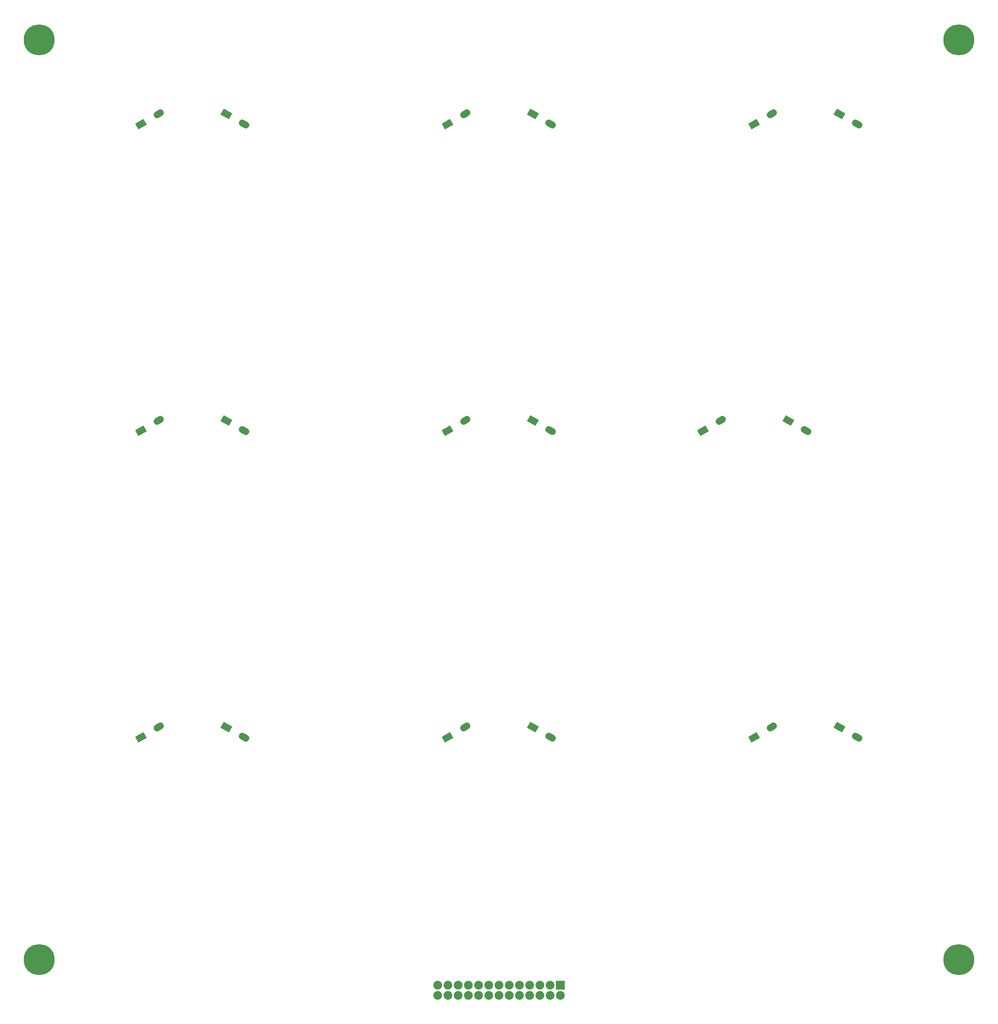
<source format=gbr>
G04 #@! TF.FileFunction,Soldermask,Bot*
%FSLAX46Y46*%
G04 Gerber Fmt 4.6, Leading zero omitted, Abs format (unit mm)*
G04 Created by KiCad (PCBNEW 4.0.7-e2-6376~58~ubuntu16.04.1) date Mon Sep 23 14:36:03 2019*
%MOMM*%
%LPD*%
G01*
G04 APERTURE LIST*
%ADD10C,0.100000*%
%ADD11C,7.689800*%
%ADD12R,2.178000X2.178000*%
%ADD13C,2.178000*%
%ADD14C,1.670000*%
G04 APERTURE END LIST*
D10*
D11*
X38100000Y-38100000D03*
X266700000Y-38100000D03*
X266700000Y-266700000D03*
X38100000Y-266700000D03*
D12*
X167640000Y-273050000D03*
D13*
X167640000Y-275590000D03*
X165100000Y-273050000D03*
X165100000Y-275590000D03*
X162560000Y-273050000D03*
X162560000Y-275590000D03*
X160020000Y-273050000D03*
X160020000Y-275590000D03*
X157480000Y-273050000D03*
X157480000Y-275590000D03*
X154940000Y-273050000D03*
X154940000Y-275590000D03*
X152400000Y-273050000D03*
X152400000Y-275590000D03*
X149860000Y-273050000D03*
X149860000Y-275590000D03*
X147320000Y-273050000D03*
X147320000Y-275590000D03*
X144780000Y-273050000D03*
X144780000Y-275590000D03*
X142240000Y-273050000D03*
X142240000Y-275590000D03*
X139700000Y-273050000D03*
X139700000Y-275590000D03*
X137160000Y-273050000D03*
X137160000Y-275590000D03*
D10*
G36*
X235539708Y-209068072D02*
X236374708Y-207621810D01*
X238480882Y-208837810D01*
X237645882Y-210284072D01*
X235539708Y-209068072D01*
X235539708Y-209068072D01*
G37*
D14*
X240969764Y-211238941D02*
X241849646Y-211746941D01*
D10*
G36*
X215154708Y-212824072D02*
X214319708Y-211377810D01*
X216425882Y-210161810D01*
X217260882Y-211608072D01*
X215154708Y-212824072D01*
X215154708Y-212824072D01*
G37*
D14*
X219749764Y-209206941D02*
X220629646Y-208698941D01*
D10*
G36*
X222839708Y-132868072D02*
X223674708Y-131421810D01*
X225780882Y-132637810D01*
X224945882Y-134084072D01*
X222839708Y-132868072D01*
X222839708Y-132868072D01*
G37*
D14*
X228269764Y-135038941D02*
X229149646Y-135546941D01*
D10*
G36*
X202454708Y-136624072D02*
X201619708Y-135177810D01*
X203725882Y-133961810D01*
X204560882Y-135408072D01*
X202454708Y-136624072D01*
X202454708Y-136624072D01*
G37*
D14*
X207049764Y-133006941D02*
X207929646Y-132498941D01*
D10*
G36*
X235539708Y-56668072D02*
X236374708Y-55221810D01*
X238480882Y-56437810D01*
X237645882Y-57884072D01*
X235539708Y-56668072D01*
X235539708Y-56668072D01*
G37*
D14*
X240969764Y-58838941D02*
X241849646Y-59346941D01*
D10*
G36*
X215154708Y-60424072D02*
X214319708Y-58977810D01*
X216425882Y-57761810D01*
X217260882Y-59208072D01*
X215154708Y-60424072D01*
X215154708Y-60424072D01*
G37*
D14*
X219749764Y-56806941D02*
X220629646Y-56298941D01*
D10*
G36*
X159339708Y-209068072D02*
X160174708Y-207621810D01*
X162280882Y-208837810D01*
X161445882Y-210284072D01*
X159339708Y-209068072D01*
X159339708Y-209068072D01*
G37*
D14*
X164769764Y-211238941D02*
X165649646Y-211746941D01*
D10*
G36*
X138954708Y-212824072D02*
X138119708Y-211377810D01*
X140225882Y-210161810D01*
X141060882Y-211608072D01*
X138954708Y-212824072D01*
X138954708Y-212824072D01*
G37*
D14*
X143549764Y-209206941D02*
X144429646Y-208698941D01*
D10*
G36*
X159339708Y-132868072D02*
X160174708Y-131421810D01*
X162280882Y-132637810D01*
X161445882Y-134084072D01*
X159339708Y-132868072D01*
X159339708Y-132868072D01*
G37*
D14*
X164769764Y-135038941D02*
X165649646Y-135546941D01*
D10*
G36*
X62754708Y-60424072D02*
X61919708Y-58977810D01*
X64025882Y-57761810D01*
X64860882Y-59208072D01*
X62754708Y-60424072D01*
X62754708Y-60424072D01*
G37*
D14*
X67349764Y-56806941D02*
X68229646Y-56298941D01*
D10*
G36*
X83139708Y-56668072D02*
X83974708Y-55221810D01*
X86080882Y-56437810D01*
X85245882Y-57884072D01*
X83139708Y-56668072D01*
X83139708Y-56668072D01*
G37*
D14*
X88569764Y-58838941D02*
X89449646Y-59346941D01*
D10*
G36*
X62754708Y-136624072D02*
X61919708Y-135177810D01*
X64025882Y-133961810D01*
X64860882Y-135408072D01*
X62754708Y-136624072D01*
X62754708Y-136624072D01*
G37*
D14*
X67349764Y-133006941D02*
X68229646Y-132498941D01*
D10*
G36*
X83139708Y-132868072D02*
X83974708Y-131421810D01*
X86080882Y-132637810D01*
X85245882Y-134084072D01*
X83139708Y-132868072D01*
X83139708Y-132868072D01*
G37*
D14*
X88569764Y-135038941D02*
X89449646Y-135546941D01*
D10*
G36*
X62754708Y-212824072D02*
X61919708Y-211377810D01*
X64025882Y-210161810D01*
X64860882Y-211608072D01*
X62754708Y-212824072D01*
X62754708Y-212824072D01*
G37*
D14*
X67349764Y-209206941D02*
X68229646Y-208698941D01*
D10*
G36*
X83139708Y-209068072D02*
X83974708Y-207621810D01*
X86080882Y-208837810D01*
X85245882Y-210284072D01*
X83139708Y-209068072D01*
X83139708Y-209068072D01*
G37*
D14*
X88569764Y-211238941D02*
X89449646Y-211746941D01*
D10*
G36*
X138954708Y-60424072D02*
X138119708Y-58977810D01*
X140225882Y-57761810D01*
X141060882Y-59208072D01*
X138954708Y-60424072D01*
X138954708Y-60424072D01*
G37*
D14*
X143549764Y-56806941D02*
X144429646Y-56298941D01*
D10*
G36*
X159339708Y-56668072D02*
X160174708Y-55221810D01*
X162280882Y-56437810D01*
X161445882Y-57884072D01*
X159339708Y-56668072D01*
X159339708Y-56668072D01*
G37*
D14*
X164769764Y-58838941D02*
X165649646Y-59346941D01*
D10*
G36*
X138954708Y-136624072D02*
X138119708Y-135177810D01*
X140225882Y-133961810D01*
X141060882Y-135408072D01*
X138954708Y-136624072D01*
X138954708Y-136624072D01*
G37*
D14*
X143549764Y-133006941D02*
X144429646Y-132498941D01*
M02*

</source>
